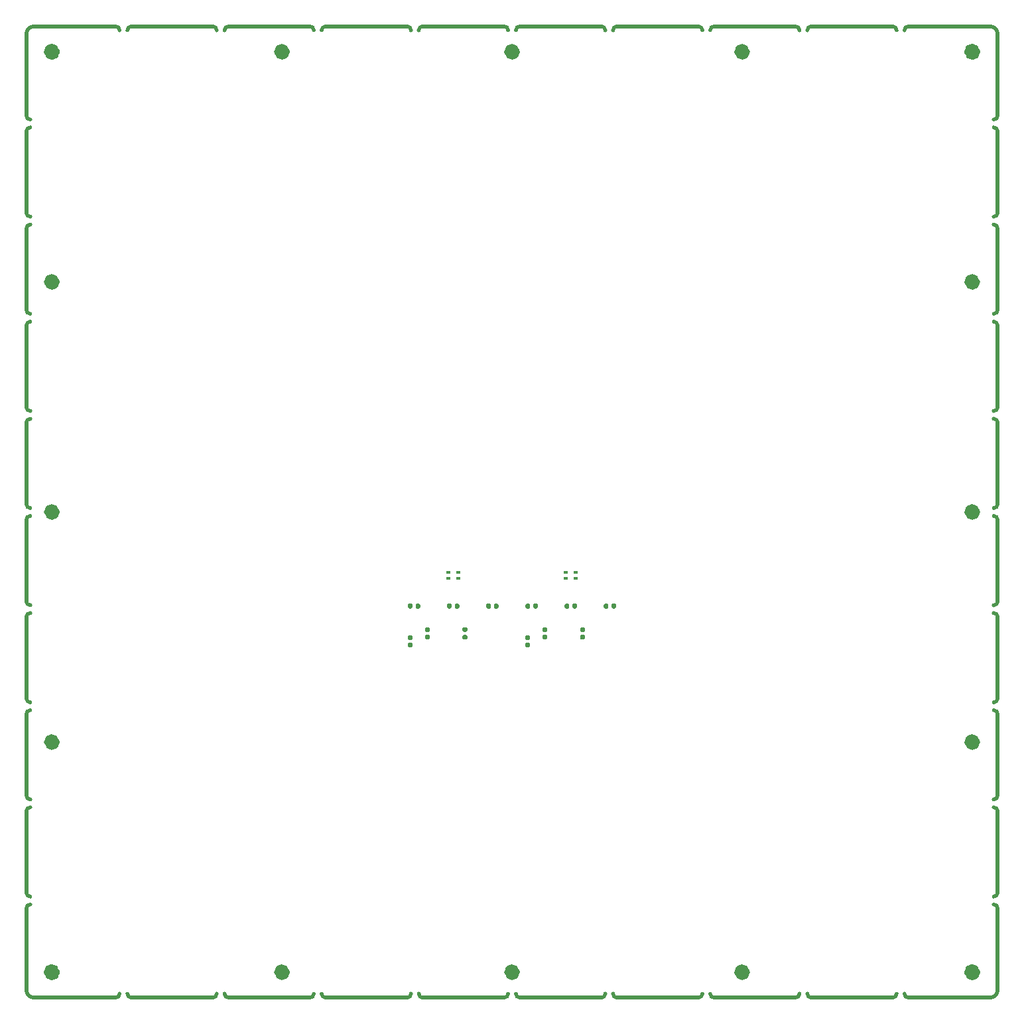
<source format=gbr>
G04 #@! TF.GenerationSoftware,KiCad,Pcbnew,5.1.7*
G04 #@! TF.CreationDate,2020-11-05T18:59:26+01:00*
G04 #@! TF.ProjectId,stencil,7374656e-6369-46c2-9e6b-696361645f70,rev?*
G04 #@! TF.SameCoordinates,Original*
G04 #@! TF.FileFunction,Paste,Top*
G04 #@! TF.FilePolarity,Positive*
%FSLAX46Y46*%
G04 Gerber Fmt 4.6, Leading zero omitted, Abs format (unit mm)*
G04 Created by KiCad (PCBNEW 5.1.7) date 2020-11-05 18:59:26*
%MOMM*%
%LPD*%
G01*
G04 APERTURE LIST*
%ADD10C,1.050000*%
%ADD11C,1.000000*%
%ADD12C,0.500000*%
%ADD13R,0.600000X0.400000*%
G04 APERTURE END LIST*
D10*
X5275109Y-127250031D02*
G75*
G03*
X5275109Y-127250031I-525000J0D01*
G01*
X122775109Y-127250031D02*
G75*
G03*
X122775109Y-127250031I-525000J0D01*
G01*
X122775109Y-9750031D02*
G75*
G03*
X122775109Y-9750031I-525000J0D01*
G01*
X5275109Y-9750031D02*
G75*
G03*
X5275109Y-9750031I-525000J0D01*
G01*
D11*
X122750109Y-97875031D02*
G75*
G03*
X122750109Y-97875031I-500000J0D01*
G01*
X5250109Y-97875031D02*
G75*
G03*
X5250109Y-97875031I-500000J0D01*
G01*
X122750109Y-68500031D02*
G75*
G03*
X122750109Y-68500031I-500000J0D01*
G01*
X5250109Y-68500031D02*
G75*
G03*
X5250109Y-68500031I-500000J0D01*
G01*
X122750109Y-39125031D02*
G75*
G03*
X122750109Y-39125031I-500000J0D01*
G01*
X5250109Y-39125031D02*
G75*
G03*
X5250109Y-39125031I-500000J0D01*
G01*
X93375109Y-127250031D02*
G75*
G03*
X93375109Y-127250031I-500000J0D01*
G01*
X93375109Y-9750031D02*
G75*
G03*
X93375109Y-9750031I-500000J0D01*
G01*
X64000109Y-127250031D02*
G75*
G03*
X64000109Y-127250031I-500000J0D01*
G01*
X64000109Y-9750031D02*
G75*
G03*
X64000109Y-9750031I-500000J0D01*
G01*
X34625109Y-127250031D02*
G75*
G03*
X34625109Y-127250031I-500000J0D01*
G01*
X34625109Y-9750031D02*
G75*
G03*
X34625109Y-9750031I-500000J0D01*
G01*
D12*
X125000109Y-118600031D02*
G75*
G02*
X125500109Y-119100031I0J-500000D01*
G01*
X125500109Y-119100031D02*
X125500109Y-129500031D01*
X2000109Y-118600031D02*
G75*
G03*
X1500109Y-119100031I0J-500000D01*
G01*
X1500109Y-119100031D02*
X1500109Y-129500031D01*
X125000109Y-117600031D02*
G75*
G03*
X125500109Y-117100031I0J500000D01*
G01*
X125000109Y-106200031D02*
G75*
G02*
X125500109Y-106700031I0J-500000D01*
G01*
X125500109Y-106700031D02*
X125500109Y-117100031D01*
X2000109Y-117600031D02*
G75*
G02*
X1500109Y-117100031I0J500000D01*
G01*
X2000109Y-106200031D02*
G75*
G03*
X1500109Y-106700031I0J-500000D01*
G01*
X1500109Y-106700031D02*
X1500109Y-117100031D01*
X125000109Y-105200031D02*
G75*
G03*
X125500109Y-104700031I0J500000D01*
G01*
X125000109Y-93800031D02*
G75*
G02*
X125500109Y-94300031I0J-500000D01*
G01*
X125500109Y-94300031D02*
X125500109Y-104700031D01*
X2000109Y-105200031D02*
G75*
G02*
X1500109Y-104700031I0J500000D01*
G01*
X2000109Y-93800031D02*
G75*
G03*
X1500109Y-94300031I0J-500000D01*
G01*
X1500109Y-94300031D02*
X1500109Y-104700031D01*
X125000109Y-92800031D02*
G75*
G03*
X125500109Y-92300031I0J500000D01*
G01*
X125000109Y-81400031D02*
G75*
G02*
X125500109Y-81900031I0J-500000D01*
G01*
X125500109Y-81900031D02*
X125500109Y-92300031D01*
X2000109Y-92800031D02*
G75*
G02*
X1500109Y-92300031I0J500000D01*
G01*
X2000109Y-81400031D02*
G75*
G03*
X1500109Y-81900031I0J-500000D01*
G01*
X1500109Y-81900031D02*
X1500109Y-92300031D01*
X125000109Y-80400031D02*
G75*
G03*
X125500109Y-79900031I0J500000D01*
G01*
X125000109Y-69000031D02*
G75*
G02*
X125500109Y-69500031I0J-500000D01*
G01*
X125500109Y-69500031D02*
X125500109Y-79900031D01*
X2000109Y-80400031D02*
G75*
G02*
X1500109Y-79900031I0J500000D01*
G01*
X2000109Y-69000031D02*
G75*
G03*
X1500109Y-69500031I0J-500000D01*
G01*
X1500109Y-69500031D02*
X1500109Y-79900031D01*
X125000109Y-68000031D02*
G75*
G03*
X125500109Y-67500031I0J500000D01*
G01*
X125000109Y-56600031D02*
G75*
G02*
X125500109Y-57100031I0J-500000D01*
G01*
X125500109Y-57100031D02*
X125500109Y-67500031D01*
X2000109Y-68000031D02*
G75*
G02*
X1500109Y-67500031I0J500000D01*
G01*
X2000109Y-56600031D02*
G75*
G03*
X1500109Y-57100031I0J-500000D01*
G01*
X1500109Y-57100031D02*
X1500109Y-67500031D01*
X125000109Y-55600031D02*
G75*
G03*
X125500109Y-55100031I0J500000D01*
G01*
X125000109Y-44200031D02*
G75*
G02*
X125500109Y-44700031I0J-500000D01*
G01*
X125500109Y-44700031D02*
X125500109Y-55100031D01*
X2000109Y-55600031D02*
G75*
G02*
X1500109Y-55100031I0J500000D01*
G01*
X2000109Y-44200031D02*
G75*
G03*
X1500109Y-44700031I0J-500000D01*
G01*
X1500109Y-44700031D02*
X1500109Y-55100031D01*
X125000109Y-43200031D02*
G75*
G03*
X125500109Y-42700031I0J500000D01*
G01*
X125000109Y-31800031D02*
G75*
G02*
X125500109Y-32300031I0J-500000D01*
G01*
X125500109Y-32300031D02*
X125500109Y-42700031D01*
X2000109Y-43200031D02*
G75*
G02*
X1500109Y-42700031I0J500000D01*
G01*
X2000109Y-31800031D02*
G75*
G03*
X1500109Y-32300031I0J-500000D01*
G01*
X1500109Y-32300031D02*
X1500109Y-42700031D01*
X125000109Y-30800031D02*
G75*
G03*
X125500109Y-30300031I0J500000D01*
G01*
X125000109Y-19400031D02*
G75*
G02*
X125500109Y-19900031I0J-500000D01*
G01*
X125500109Y-19900031D02*
X125500109Y-30300031D01*
X2000109Y-30800031D02*
G75*
G02*
X1500109Y-30300031I0J500000D01*
G01*
X2000109Y-19400031D02*
G75*
G03*
X1500109Y-19900031I0J-500000D01*
G01*
X1500109Y-19900031D02*
X1500109Y-30300031D01*
X125000109Y-18400031D02*
G75*
G03*
X125500109Y-17900031I0J500000D01*
G01*
X125500109Y-7500031D02*
X125500109Y-17900031D01*
X2000109Y-18400031D02*
G75*
G02*
X1500109Y-17900031I0J500000D01*
G01*
X1500109Y-7500031D02*
X1500109Y-17900031D01*
X113600109Y-130000031D02*
G75*
G03*
X114100109Y-130500031I500000J0D01*
G01*
X114100109Y-130500031D02*
X124500109Y-130500031D01*
X113600109Y-7000031D02*
G75*
G02*
X114100109Y-6500031I500000J0D01*
G01*
X114100109Y-6500031D02*
X124500109Y-6500031D01*
X112600109Y-130000031D02*
G75*
G02*
X112100109Y-130500031I-500000J0D01*
G01*
X101200109Y-130000031D02*
G75*
G03*
X101700109Y-130500031I500000J0D01*
G01*
X101700109Y-130500031D02*
X112100109Y-130500031D01*
X112600109Y-7000031D02*
G75*
G03*
X112100109Y-6500031I-500000J0D01*
G01*
X101200109Y-7000031D02*
G75*
G02*
X101700109Y-6500031I500000J0D01*
G01*
X101700109Y-6500031D02*
X112100109Y-6500031D01*
X100200109Y-130000031D02*
G75*
G02*
X99700109Y-130500031I-500000J0D01*
G01*
X88800109Y-130000031D02*
G75*
G03*
X89300109Y-130500031I500000J0D01*
G01*
X89300109Y-130500031D02*
X99700109Y-130500031D01*
X100200109Y-7000031D02*
G75*
G03*
X99700109Y-6500031I-500000J0D01*
G01*
X88800109Y-7000031D02*
G75*
G02*
X89300109Y-6500031I500000J0D01*
G01*
X89300109Y-6500031D02*
X99700109Y-6500031D01*
X87800109Y-130000031D02*
G75*
G02*
X87300109Y-130500031I-500000J0D01*
G01*
X76400109Y-130000031D02*
G75*
G03*
X76900109Y-130500031I500000J0D01*
G01*
X76900109Y-130500031D02*
X87300109Y-130500031D01*
X87800109Y-7000031D02*
G75*
G03*
X87300109Y-6500031I-500000J0D01*
G01*
X76400109Y-7000031D02*
G75*
G02*
X76900109Y-6500031I500000J0D01*
G01*
X76900109Y-6500031D02*
X87300109Y-6500031D01*
X75400109Y-130000031D02*
G75*
G02*
X74900109Y-130500031I-500000J0D01*
G01*
X64000109Y-130000031D02*
G75*
G03*
X64500109Y-130500031I500000J0D01*
G01*
X64500109Y-130500031D02*
X74900109Y-130500031D01*
X75400109Y-7000031D02*
G75*
G03*
X74900109Y-6500031I-500000J0D01*
G01*
X64000109Y-7000031D02*
G75*
G02*
X64500109Y-6500031I500000J0D01*
G01*
X64500109Y-6500031D02*
X74900109Y-6500031D01*
X63000109Y-130000031D02*
G75*
G02*
X62500109Y-130500031I-500000J0D01*
G01*
X51600109Y-130000031D02*
G75*
G03*
X52100109Y-130500031I500000J0D01*
G01*
X52100109Y-130500031D02*
X62500109Y-130500031D01*
X63000109Y-7000031D02*
G75*
G03*
X62500109Y-6500031I-500000J0D01*
G01*
X51600109Y-7000031D02*
G75*
G02*
X52100109Y-6500031I500000J0D01*
G01*
X52100109Y-6500031D02*
X62500109Y-6500031D01*
X50600109Y-130000031D02*
G75*
G02*
X50100109Y-130500031I-500000J0D01*
G01*
X39200109Y-130000031D02*
G75*
G03*
X39700109Y-130500031I500000J0D01*
G01*
X39700109Y-130500031D02*
X50100109Y-130500031D01*
X50600109Y-7000031D02*
G75*
G03*
X50100109Y-6500031I-500000J0D01*
G01*
X39200109Y-7000031D02*
G75*
G02*
X39700109Y-6500031I500000J0D01*
G01*
X39700109Y-6500031D02*
X50100109Y-6500031D01*
X38200109Y-130000031D02*
G75*
G02*
X37700109Y-130500031I-500000J0D01*
G01*
X26800109Y-130000031D02*
G75*
G03*
X27300109Y-130500031I500000J0D01*
G01*
X27300109Y-130500031D02*
X37700109Y-130500031D01*
X38200109Y-7000031D02*
G75*
G03*
X37700109Y-6500031I-500000J0D01*
G01*
X26800109Y-7000031D02*
G75*
G02*
X27300109Y-6500031I500000J0D01*
G01*
X27300109Y-6500031D02*
X37700109Y-6500031D01*
X25800109Y-130000031D02*
G75*
G02*
X25300109Y-130500031I-500000J0D01*
G01*
X14400109Y-130000031D02*
G75*
G03*
X14900109Y-130500031I500000J0D01*
G01*
X14900109Y-130500031D02*
X25300109Y-130500031D01*
X25800109Y-7000031D02*
G75*
G03*
X25300109Y-6500031I-500000J0D01*
G01*
X14400109Y-7000031D02*
G75*
G02*
X14900109Y-6500031I500000J0D01*
G01*
X14900109Y-6500031D02*
X25300109Y-6500031D01*
X13400109Y-130000031D02*
G75*
G02*
X12900109Y-130500031I-500000J0D01*
G01*
X2500109Y-130500031D02*
X12900109Y-130500031D01*
X13400109Y-7000031D02*
G75*
G03*
X12900109Y-6500031I-500000J0D01*
G01*
X2500109Y-6500031D02*
X12900109Y-6500031D01*
X2500109Y-130500031D02*
G75*
G02*
X1500109Y-129500031I0J1000000D01*
G01*
X125500109Y-129500031D02*
G75*
G02*
X124500109Y-130500031I-1000000J0D01*
G01*
X124500109Y-6500031D02*
G75*
G02*
X125500109Y-7500031I0J-1000000D01*
G01*
X1500109Y-7500031D02*
G75*
G02*
X2500109Y-6500031I1000000J0D01*
G01*
G04 #@! TO.C,R2*
G36*
G01*
X65327518Y-84220001D02*
X65672518Y-84220001D01*
G75*
G02*
X65820018Y-84367501I0J-147500D01*
G01*
X65820018Y-84662501D01*
G75*
G02*
X65672518Y-84810001I-147500J0D01*
G01*
X65327518Y-84810001D01*
G75*
G02*
X65180018Y-84662501I0J147500D01*
G01*
X65180018Y-84367501D01*
G75*
G02*
X65327518Y-84220001I147500J0D01*
G01*
G37*
G36*
G01*
X65327518Y-85190001D02*
X65672518Y-85190001D01*
G75*
G02*
X65820018Y-85337501I0J-147500D01*
G01*
X65820018Y-85632501D01*
G75*
G02*
X65672518Y-85780001I-147500J0D01*
G01*
X65327518Y-85780001D01*
G75*
G02*
X65180018Y-85632501I0J147500D01*
G01*
X65180018Y-85337501D01*
G75*
G02*
X65327518Y-85190001I147500J0D01*
G01*
G37*
G04 #@! TD*
G04 #@! TO.C,R3*
G36*
G01*
X67527518Y-83220001D02*
X67872518Y-83220001D01*
G75*
G02*
X68020018Y-83367501I0J-147500D01*
G01*
X68020018Y-83662501D01*
G75*
G02*
X67872518Y-83810001I-147500J0D01*
G01*
X67527518Y-83810001D01*
G75*
G02*
X67380018Y-83662501I0J147500D01*
G01*
X67380018Y-83367501D01*
G75*
G02*
X67527518Y-83220001I147500J0D01*
G01*
G37*
G36*
G01*
X67527518Y-84190001D02*
X67872518Y-84190001D01*
G75*
G02*
X68020018Y-84337501I0J-147500D01*
G01*
X68020018Y-84632501D01*
G75*
G02*
X67872518Y-84780001I-147500J0D01*
G01*
X67527518Y-84780001D01*
G75*
G02*
X67380018Y-84632501I0J147500D01*
G01*
X67380018Y-84337501D01*
G75*
G02*
X67527518Y-84190001I147500J0D01*
G01*
G37*
G04 #@! TD*
G04 #@! TO.C,R4*
G36*
G01*
X72327518Y-83220001D02*
X72672518Y-83220001D01*
G75*
G02*
X72820018Y-83367501I0J-147500D01*
G01*
X72820018Y-83662501D01*
G75*
G02*
X72672518Y-83810001I-147500J0D01*
G01*
X72327518Y-83810001D01*
G75*
G02*
X72180018Y-83662501I0J147500D01*
G01*
X72180018Y-83367501D01*
G75*
G02*
X72327518Y-83220001I147500J0D01*
G01*
G37*
G36*
G01*
X72327518Y-84190001D02*
X72672518Y-84190001D01*
G75*
G02*
X72820018Y-84337501I0J-147500D01*
G01*
X72820018Y-84632501D01*
G75*
G02*
X72672518Y-84780001I-147500J0D01*
G01*
X72327518Y-84780001D01*
G75*
G02*
X72180018Y-84632501I0J147500D01*
G01*
X72180018Y-84337501D01*
G75*
G02*
X72327518Y-84190001I147500J0D01*
G01*
G37*
G04 #@! TD*
G04 #@! TO.C,R5*
G36*
G01*
X66190018Y-80672501D02*
X66190018Y-80327501D01*
G75*
G02*
X66337518Y-80180001I147500J0D01*
G01*
X66632518Y-80180001D01*
G75*
G02*
X66780018Y-80327501I0J-147500D01*
G01*
X66780018Y-80672501D01*
G75*
G02*
X66632518Y-80820001I-147500J0D01*
G01*
X66337518Y-80820001D01*
G75*
G02*
X66190018Y-80672501I0J147500D01*
G01*
G37*
G36*
G01*
X65220018Y-80672501D02*
X65220018Y-80327501D01*
G75*
G02*
X65367518Y-80180001I147500J0D01*
G01*
X65662518Y-80180001D01*
G75*
G02*
X65810018Y-80327501I0J-147500D01*
G01*
X65810018Y-80672501D01*
G75*
G02*
X65662518Y-80820001I-147500J0D01*
G01*
X65367518Y-80820001D01*
G75*
G02*
X65220018Y-80672501I0J147500D01*
G01*
G37*
G04 #@! TD*
G04 #@! TO.C,R6*
G36*
G01*
X70220018Y-80672501D02*
X70220018Y-80327501D01*
G75*
G02*
X70367518Y-80180001I147500J0D01*
G01*
X70662518Y-80180001D01*
G75*
G02*
X70810018Y-80327501I0J-147500D01*
G01*
X70810018Y-80672501D01*
G75*
G02*
X70662518Y-80820001I-147500J0D01*
G01*
X70367518Y-80820001D01*
G75*
G02*
X70220018Y-80672501I0J147500D01*
G01*
G37*
G36*
G01*
X71190018Y-80672501D02*
X71190018Y-80327501D01*
G75*
G02*
X71337518Y-80180001I147500J0D01*
G01*
X71632518Y-80180001D01*
G75*
G02*
X71780018Y-80327501I0J-147500D01*
G01*
X71780018Y-80672501D01*
G75*
G02*
X71632518Y-80820001I-147500J0D01*
G01*
X71337518Y-80820001D01*
G75*
G02*
X71190018Y-80672501I0J147500D01*
G01*
G37*
G04 #@! TD*
G04 #@! TO.C,R7*
G36*
G01*
X75220018Y-80672501D02*
X75220018Y-80327501D01*
G75*
G02*
X75367518Y-80180001I147500J0D01*
G01*
X75662518Y-80180001D01*
G75*
G02*
X75810018Y-80327501I0J-147500D01*
G01*
X75810018Y-80672501D01*
G75*
G02*
X75662518Y-80820001I-147500J0D01*
G01*
X75367518Y-80820001D01*
G75*
G02*
X75220018Y-80672501I0J147500D01*
G01*
G37*
G36*
G01*
X76190018Y-80672501D02*
X76190018Y-80327501D01*
G75*
G02*
X76337518Y-80180001I147500J0D01*
G01*
X76632518Y-80180001D01*
G75*
G02*
X76780018Y-80327501I0J-147500D01*
G01*
X76780018Y-80672501D01*
G75*
G02*
X76632518Y-80820001I-147500J0D01*
G01*
X76337518Y-80820001D01*
G75*
G02*
X76190018Y-80672501I0J147500D01*
G01*
G37*
G04 #@! TD*
D13*
G04 #@! TO.C,D2*
X70350018Y-76180001D03*
X71650018Y-76180001D03*
X71650018Y-76980001D03*
X70350018Y-76980001D03*
G04 #@! TD*
G04 #@! TO.C,R2*
G36*
G01*
X50327501Y-84220001D02*
X50672501Y-84220001D01*
G75*
G02*
X50820001Y-84367501I0J-147500D01*
G01*
X50820001Y-84662501D01*
G75*
G02*
X50672501Y-84810001I-147500J0D01*
G01*
X50327501Y-84810001D01*
G75*
G02*
X50180001Y-84662501I0J147500D01*
G01*
X50180001Y-84367501D01*
G75*
G02*
X50327501Y-84220001I147500J0D01*
G01*
G37*
G36*
G01*
X50327501Y-85190001D02*
X50672501Y-85190001D01*
G75*
G02*
X50820001Y-85337501I0J-147500D01*
G01*
X50820001Y-85632501D01*
G75*
G02*
X50672501Y-85780001I-147500J0D01*
G01*
X50327501Y-85780001D01*
G75*
G02*
X50180001Y-85632501I0J147500D01*
G01*
X50180001Y-85337501D01*
G75*
G02*
X50327501Y-85190001I147500J0D01*
G01*
G37*
G04 #@! TD*
G04 #@! TO.C,R3*
G36*
G01*
X52527501Y-83220001D02*
X52872501Y-83220001D01*
G75*
G02*
X53020001Y-83367501I0J-147500D01*
G01*
X53020001Y-83662501D01*
G75*
G02*
X52872501Y-83810001I-147500J0D01*
G01*
X52527501Y-83810001D01*
G75*
G02*
X52380001Y-83662501I0J147500D01*
G01*
X52380001Y-83367501D01*
G75*
G02*
X52527501Y-83220001I147500J0D01*
G01*
G37*
G36*
G01*
X52527501Y-84190001D02*
X52872501Y-84190001D01*
G75*
G02*
X53020001Y-84337501I0J-147500D01*
G01*
X53020001Y-84632501D01*
G75*
G02*
X52872501Y-84780001I-147500J0D01*
G01*
X52527501Y-84780001D01*
G75*
G02*
X52380001Y-84632501I0J147500D01*
G01*
X52380001Y-84337501D01*
G75*
G02*
X52527501Y-84190001I147500J0D01*
G01*
G37*
G04 #@! TD*
G04 #@! TO.C,R4*
G36*
G01*
X57327501Y-83220001D02*
X57672501Y-83220001D01*
G75*
G02*
X57820001Y-83367501I0J-147500D01*
G01*
X57820001Y-83662501D01*
G75*
G02*
X57672501Y-83810001I-147500J0D01*
G01*
X57327501Y-83810001D01*
G75*
G02*
X57180001Y-83662501I0J147500D01*
G01*
X57180001Y-83367501D01*
G75*
G02*
X57327501Y-83220001I147500J0D01*
G01*
G37*
G36*
G01*
X57327501Y-84190001D02*
X57672501Y-84190001D01*
G75*
G02*
X57820001Y-84337501I0J-147500D01*
G01*
X57820001Y-84632501D01*
G75*
G02*
X57672501Y-84780001I-147500J0D01*
G01*
X57327501Y-84780001D01*
G75*
G02*
X57180001Y-84632501I0J147500D01*
G01*
X57180001Y-84337501D01*
G75*
G02*
X57327501Y-84190001I147500J0D01*
G01*
G37*
G04 #@! TD*
G04 #@! TO.C,R5*
G36*
G01*
X51190001Y-80672501D02*
X51190001Y-80327501D01*
G75*
G02*
X51337501Y-80180001I147500J0D01*
G01*
X51632501Y-80180001D01*
G75*
G02*
X51780001Y-80327501I0J-147500D01*
G01*
X51780001Y-80672501D01*
G75*
G02*
X51632501Y-80820001I-147500J0D01*
G01*
X51337501Y-80820001D01*
G75*
G02*
X51190001Y-80672501I0J147500D01*
G01*
G37*
G36*
G01*
X50220001Y-80672501D02*
X50220001Y-80327501D01*
G75*
G02*
X50367501Y-80180001I147500J0D01*
G01*
X50662501Y-80180001D01*
G75*
G02*
X50810001Y-80327501I0J-147500D01*
G01*
X50810001Y-80672501D01*
G75*
G02*
X50662501Y-80820001I-147500J0D01*
G01*
X50367501Y-80820001D01*
G75*
G02*
X50220001Y-80672501I0J147500D01*
G01*
G37*
G04 #@! TD*
G04 #@! TO.C,R6*
G36*
G01*
X55220001Y-80672501D02*
X55220001Y-80327501D01*
G75*
G02*
X55367501Y-80180001I147500J0D01*
G01*
X55662501Y-80180001D01*
G75*
G02*
X55810001Y-80327501I0J-147500D01*
G01*
X55810001Y-80672501D01*
G75*
G02*
X55662501Y-80820001I-147500J0D01*
G01*
X55367501Y-80820001D01*
G75*
G02*
X55220001Y-80672501I0J147500D01*
G01*
G37*
G36*
G01*
X56190001Y-80672501D02*
X56190001Y-80327501D01*
G75*
G02*
X56337501Y-80180001I147500J0D01*
G01*
X56632501Y-80180001D01*
G75*
G02*
X56780001Y-80327501I0J-147500D01*
G01*
X56780001Y-80672501D01*
G75*
G02*
X56632501Y-80820001I-147500J0D01*
G01*
X56337501Y-80820001D01*
G75*
G02*
X56190001Y-80672501I0J147500D01*
G01*
G37*
G04 #@! TD*
G04 #@! TO.C,R7*
G36*
G01*
X60220001Y-80672501D02*
X60220001Y-80327501D01*
G75*
G02*
X60367501Y-80180001I147500J0D01*
G01*
X60662501Y-80180001D01*
G75*
G02*
X60810001Y-80327501I0J-147500D01*
G01*
X60810001Y-80672501D01*
G75*
G02*
X60662501Y-80820001I-147500J0D01*
G01*
X60367501Y-80820001D01*
G75*
G02*
X60220001Y-80672501I0J147500D01*
G01*
G37*
G36*
G01*
X61190001Y-80672501D02*
X61190001Y-80327501D01*
G75*
G02*
X61337501Y-80180001I147500J0D01*
G01*
X61632501Y-80180001D01*
G75*
G02*
X61780001Y-80327501I0J-147500D01*
G01*
X61780001Y-80672501D01*
G75*
G02*
X61632501Y-80820001I-147500J0D01*
G01*
X61337501Y-80820001D01*
G75*
G02*
X61190001Y-80672501I0J147500D01*
G01*
G37*
G04 #@! TD*
G04 #@! TO.C,D2*
X55350001Y-76180001D03*
X56650001Y-76180001D03*
X56650001Y-76980001D03*
X55350001Y-76980001D03*
G04 #@! TD*
M02*

</source>
